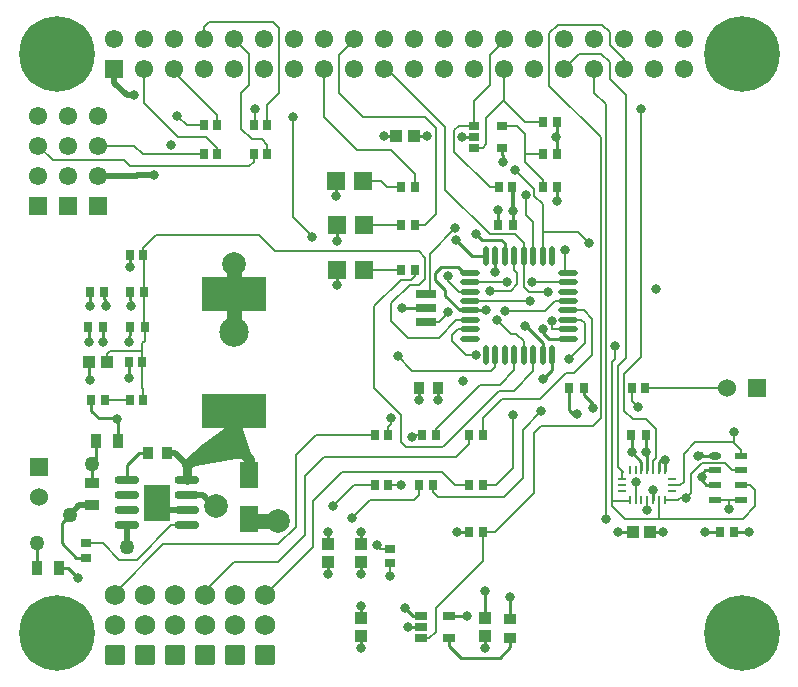
<source format=gtl>
G04 Layer_Physical_Order=1*
G04 Layer_Color=25308*
%FSLAX25Y25*%
%MOIN*%
G70*
G01*
G75*
%ADD10R,0.21260X0.11417*%
%ADD11R,0.03543X0.05118*%
%ADD12O,0.08268X0.02756*%
%ADD13R,0.09055X0.12205*%
%ADD14O,0.02165X0.06496*%
%ADD15O,0.06496X0.02165*%
%ADD16R,0.02756X0.03347*%
%ADD17R,0.02953X0.03347*%
%ADD18R,0.04134X0.03937*%
%ADD19R,0.03347X0.02756*%
%ADD20R,0.04331X0.02559*%
%ADD21R,0.03937X0.04134*%
%ADD22R,0.03937X0.03543*%
%ADD23O,0.04331X0.02362*%
%ADD24R,0.04331X0.02362*%
%ADD25R,0.00984X0.02658*%
%ADD26R,0.02658X0.00984*%
%ADD27R,0.03543X0.03937*%
%ADD28R,0.03347X0.02953*%
%ADD29R,0.03543X0.02559*%
%ADD30R,0.06000X0.06000*%
%ADD31R,0.06496X0.09055*%
%ADD32R,0.05118X0.03543*%
%ADD33R,0.06700X0.02800*%
%ADD34C,0.01000*%
%ADD35C,0.00704*%
%ADD36C,0.01969*%
%ADD37C,0.04921*%
%ADD38C,0.03543*%
%ADD39C,0.05512*%
%ADD40C,0.02953*%
%ADD41C,0.00705*%
%ADD42C,0.25197*%
%ADD43C,0.06000*%
%ADD44R,0.06000X0.06000*%
%ADD45C,0.06102*%
%ADD46R,0.06102X0.06102*%
%ADD47C,0.06890*%
G04:AMPARAMS|DCode=48|XSize=68.9mil|YSize=68.9mil|CornerRadius=6.89mil|HoleSize=0mil|Usage=FLASHONLY|Rotation=90.000|XOffset=0mil|YOffset=0mil|HoleType=Round|Shape=RoundedRectangle|*
%AMROUNDEDRECTD48*
21,1,0.06890,0.05512,0,0,90.0*
21,1,0.05512,0.06890,0,0,90.0*
1,1,0.01378,0.02756,0.02756*
1,1,0.01378,0.02756,-0.02756*
1,1,0.01378,-0.02756,-0.02756*
1,1,0.01378,-0.02756,0.02756*
%
%ADD48ROUNDEDRECTD48*%
%ADD49C,0.03150*%
%ADD50C,0.07874*%
%ADD51C,0.09843*%
%ADD52C,0.05000*%
%ADD53C,0.02598*%
G36*
X95276Y101969D02*
X98425Y92520D01*
X78347Y88583D01*
X80709Y95276D01*
X91732Y103543D01*
X95276Y101969D01*
D02*
G37*
D10*
X92520Y107480D02*
D03*
Y146457D02*
D03*
D11*
X34252Y55118D02*
D03*
X26772D02*
D03*
X34252D02*
D03*
X26772D02*
D03*
X46457Y97441D02*
D03*
X53937D02*
D03*
X46457D02*
D03*
X53937D02*
D03*
D12*
X56890Y84272D02*
D03*
Y79272D02*
D03*
Y74272D02*
D03*
Y69272D02*
D03*
X76969Y84272D02*
D03*
Y79272D02*
D03*
Y74272D02*
D03*
Y69272D02*
D03*
D13*
X66929Y76772D02*
D03*
D14*
X176476Y158937D02*
D03*
X179626D02*
D03*
X182776D02*
D03*
X185925D02*
D03*
X189075D02*
D03*
X192224D02*
D03*
X195374D02*
D03*
X198524D02*
D03*
Y126063D02*
D03*
X195374D02*
D03*
X192224D02*
D03*
X189075D02*
D03*
X185925D02*
D03*
X182776D02*
D03*
X179626D02*
D03*
X176476D02*
D03*
D15*
X203937Y153524D02*
D03*
Y150374D02*
D03*
Y147224D02*
D03*
Y144075D02*
D03*
Y140925D02*
D03*
Y137776D02*
D03*
Y134626D02*
D03*
Y131476D02*
D03*
X171063D02*
D03*
Y134626D02*
D03*
Y137776D02*
D03*
Y140925D02*
D03*
Y144075D02*
D03*
Y147224D02*
D03*
Y150374D02*
D03*
Y153524D02*
D03*
D16*
X57776Y159449D02*
D03*
X62303D02*
D03*
X57972Y147107D02*
D03*
X62500D02*
D03*
X57480Y123701D02*
D03*
X62008D02*
D03*
X49508Y111220D02*
D03*
X44980D02*
D03*
X62303D02*
D03*
X57776D02*
D03*
X225098Y115157D02*
D03*
X229626D02*
D03*
X175492Y99409D02*
D03*
X170965D02*
D03*
X159744D02*
D03*
X155217D02*
D03*
X143996D02*
D03*
X139468D02*
D03*
X143996Y82677D02*
D03*
X139468D02*
D03*
X158760D02*
D03*
X154232D02*
D03*
X175492D02*
D03*
X170965D02*
D03*
X175492Y66929D02*
D03*
X170965D02*
D03*
X86910Y192913D02*
D03*
X82382D02*
D03*
X86909Y202756D02*
D03*
X82382D02*
D03*
X103642D02*
D03*
X99114D02*
D03*
X103642Y192913D02*
D03*
X99114D02*
D03*
X152854Y182087D02*
D03*
X148327D02*
D03*
X152854Y169291D02*
D03*
X148327D02*
D03*
X152854Y154528D02*
D03*
X148327D02*
D03*
X180807Y182087D02*
D03*
X185335D02*
D03*
X195571D02*
D03*
X200098D02*
D03*
X200098Y192913D02*
D03*
X195571D02*
D03*
Y203740D02*
D03*
X200098D02*
D03*
D17*
X49311Y147244D02*
D03*
X44390D02*
D03*
X48917Y135433D02*
D03*
X43996D02*
D03*
X62697D02*
D03*
X57775D02*
D03*
X259350Y66929D02*
D03*
X254429D02*
D03*
X224902Y99409D02*
D03*
X229823D02*
D03*
X209154Y115157D02*
D03*
X204232D02*
D03*
X185531Y169291D02*
D03*
X180610D02*
D03*
D18*
X44291Y123701D02*
D03*
X50197D02*
D03*
X231299Y66929D02*
D03*
X225394D02*
D03*
X146654Y199213D02*
D03*
X152559D02*
D03*
D19*
X43307Y58563D02*
D03*
Y63484D02*
D03*
D20*
X154724Y39173D02*
D03*
Y35433D02*
D03*
Y31693D02*
D03*
X164173D02*
D03*
Y39173D02*
D03*
D21*
X176181Y32480D02*
D03*
Y38386D02*
D03*
X134843Y32480D02*
D03*
Y38386D02*
D03*
Y57087D02*
D03*
Y62992D02*
D03*
X124016Y57087D02*
D03*
Y62992D02*
D03*
D22*
X184646Y38189D02*
D03*
Y31890D02*
D03*
D23*
X252953Y92520D02*
D03*
D24*
Y87598D02*
D03*
Y82677D02*
D03*
Y77756D02*
D03*
X261516D02*
D03*
Y82677D02*
D03*
Y87598D02*
D03*
Y92520D02*
D03*
D25*
X224410Y87598D02*
D03*
X226378D02*
D03*
X228347D02*
D03*
X230315D02*
D03*
X232284D02*
D03*
X234252D02*
D03*
X236221D02*
D03*
Y77657D02*
D03*
X234252D02*
D03*
X232284D02*
D03*
X230315D02*
D03*
X228347D02*
D03*
X226378D02*
D03*
X224410D02*
D03*
D26*
X238632Y84596D02*
D03*
Y82628D02*
D03*
Y80659D02*
D03*
X221998D02*
D03*
Y82628D02*
D03*
Y84596D02*
D03*
D27*
X154331Y115157D02*
D03*
X160630D02*
D03*
X63780Y93504D02*
D03*
X70079D02*
D03*
D28*
X144685Y56594D02*
D03*
Y61516D02*
D03*
D29*
X172441Y202559D02*
D03*
Y198819D02*
D03*
Y195079D02*
D03*
X181890D02*
D03*
Y202559D02*
D03*
D30*
X135406Y184055D02*
D03*
X126406D02*
D03*
X126827Y169291D02*
D03*
X135827D02*
D03*
X126827Y154528D02*
D03*
X135827D02*
D03*
X266811Y115157D02*
D03*
D31*
X97441Y86024D02*
D03*
Y71457D02*
D03*
D32*
X45276Y83465D02*
D03*
Y75984D02*
D03*
Y83465D02*
D03*
Y75984D02*
D03*
D33*
X156496Y146532D02*
D03*
Y141732D02*
D03*
Y137008D02*
D03*
D34*
X57480Y118898D02*
X57480Y118898D01*
X57480Y118898D02*
Y123701D01*
X35039Y63386D02*
Y70079D01*
X37795Y72835D01*
X149606Y41732D02*
X152165Y39173D01*
X154724D01*
X259350Y66929D02*
X259350Y66929D01*
X264173D01*
X220472D02*
X220473Y66929D01*
X225394D01*
X61024Y93504D02*
X63780D01*
X56890Y84272D02*
Y89370D01*
X61024Y93504D01*
X232284Y77657D02*
Y81061D01*
X200098Y177363D02*
Y182087D01*
X168594Y198819D02*
X172441D01*
X236221Y87598D02*
Y91002D01*
X234252Y87500D02*
Y87598D01*
X236221Y87500D02*
Y87598D01*
X142512Y199213D02*
X146654D01*
X179626Y153614D02*
Y158937D01*
X231299Y66929D02*
X235441D01*
X148607Y141732D02*
X156496D01*
X154331Y111114D02*
Y115157D01*
X176181Y28339D02*
Y32480D01*
X150484Y35433D02*
X154724D01*
X134843Y52945D02*
Y57087D01*
Y28338D02*
Y32480D01*
X124016Y52945D02*
Y57087D01*
X66929Y74272D02*
Y76772D01*
X92520Y93504D02*
Y94488D01*
X152559Y199213D02*
X156701D01*
X185335Y182087D02*
X185531D01*
X209154Y112789D02*
Y115157D01*
Y112789D02*
X212093Y109850D01*
Y108570D02*
Y109850D01*
X126406Y178980D02*
Y184055D01*
X171063Y140925D02*
X176386D01*
X126827Y164217D02*
Y169291D01*
Y149453D02*
Y154528D01*
X160630Y111114D02*
Y115157D01*
X134843Y62992D02*
Y67134D01*
Y38386D02*
Y42528D01*
X124016Y62992D02*
Y67134D01*
X162936Y145748D02*
Y147614D01*
Y145748D02*
X167759Y140925D01*
X171063D01*
X176181Y38386D02*
Y47528D01*
X69429Y74272D02*
X76969D01*
X97441Y86024D02*
Y91535D01*
Y93504D01*
X91535D02*
X92520D01*
X95472D01*
X97441D01*
X164173Y39173D02*
X170079D01*
X166929Y66929D02*
X170964D01*
X170965Y66929D01*
X164173Y29134D02*
Y31693D01*
X184646Y28740D02*
Y31890D01*
X164173Y29134D02*
X168110Y25197D01*
X181102D01*
X184646Y28740D01*
X249606Y66929D02*
X254429D01*
X249606Y87598D02*
X252953D01*
X248425Y86417D02*
X249606Y87598D01*
X248425Y85433D02*
Y86417D01*
Y84252D02*
Y85433D01*
Y84252D02*
X250000Y82677D01*
X252953D01*
X26772Y55118D02*
Y63386D01*
X39862Y58563D02*
X43307D01*
X35039Y63386D02*
X39862Y58563D01*
X45276Y83465D02*
Y89764D01*
X46457Y90945D02*
Y97441D01*
X45276Y89764D02*
X46457Y90945D01*
X44980Y107382D02*
X47362Y105000D01*
X44980Y107382D02*
Y111220D01*
X44291Y117914D02*
Y123701D01*
Y117914D02*
X44488Y117717D01*
X57972Y144252D02*
X58268Y143957D01*
X57972Y144252D02*
Y147107D01*
X44390Y141766D02*
Y147008D01*
X49016Y131260D02*
Y135039D01*
X34252Y55118D02*
X37033D01*
X40551Y51600D01*
X197657Y131476D02*
X203937D01*
X195374Y126063D02*
Y130217D01*
X195669Y133465D02*
X197657Y131476D01*
X195669Y133465D02*
Y134646D01*
X189370Y135840D02*
X189751D01*
X195374Y130217D01*
X182776Y158937D02*
Y163287D01*
X181496Y164567D02*
X182776Y163287D01*
X175197Y164567D02*
X181496D01*
X166476Y164260D02*
X171799Y158937D01*
X176476D01*
X173228Y166535D02*
X175197Y164567D01*
X228347Y87598D02*
Y90551D01*
X224902Y99409D02*
X225197Y99114D01*
Y93701D02*
Y99114D01*
Y93701D02*
X228347Y90551D01*
X230315Y87598D02*
Y93307D01*
X229921Y93701D02*
X230315Y93307D01*
X229921Y93701D02*
Y99311D01*
X229823Y99409D02*
X229921Y99311D01*
X184646Y45276D02*
X184646Y45275D01*
Y38189D02*
Y45275D01*
X248819Y92520D02*
X252953D01*
X248032Y93307D02*
X248819Y92520D01*
X47362Y105000D02*
X53937D01*
Y97441D02*
Y105000D01*
X185531Y169291D02*
Y182087D01*
X66929Y74272D02*
X69429D01*
X181890Y192913D02*
Y195079D01*
Y192913D02*
X182283Y192520D01*
X200098Y198917D02*
Y203740D01*
X200000Y198819D02*
X200098Y198917D01*
X200000Y198819D02*
X200098Y198720D01*
Y192913D02*
Y198720D01*
X189400Y192913D02*
X189400Y192913D01*
X195669Y118110D02*
X198524Y120965D01*
Y126063D01*
X185335Y174213D02*
X185531Y174016D01*
X185335Y174213D02*
Y182087D01*
X180610Y169291D02*
Y174409D01*
X182283Y190551D02*
Y192520D01*
X57874Y155512D02*
X58538D01*
X57776Y159449D02*
X57874Y159350D01*
Y155512D02*
Y159350D01*
X58268Y143957D02*
X58268Y143957D01*
X58268Y142382D02*
Y143957D01*
X49311Y144640D02*
X49803Y144148D01*
X49311Y144640D02*
Y147008D01*
X49803Y142284D02*
Y144148D01*
X44094Y135039D02*
X44685Y134449D01*
X44291Y134055D02*
X44685Y134449D01*
X44291Y130473D02*
Y134055D01*
X49016Y131260D02*
X49803Y130473D01*
X57480Y132283D02*
X57874Y132677D01*
Y136221D01*
X169311Y153524D02*
X171063D01*
X159449Y151102D02*
X162936Y147614D01*
X159449Y151102D02*
Y153498D01*
X161462Y155512D01*
X167323D01*
X169311Y153524D01*
X49016Y130473D02*
X49803D01*
X57480Y130571D02*
Y132283D01*
X204232Y107602D02*
Y115157D01*
Y107602D02*
X205536Y106299D01*
X206693D01*
X234252Y87598D02*
Y90457D01*
X234797Y91002D01*
X236221D01*
D35*
X185925Y120965D02*
Y126063D01*
X181102Y116142D02*
X185925Y120965D01*
X174409Y116142D02*
X181102D01*
X159744Y101477D02*
X174409Y116142D01*
X185798Y114173D02*
X192224Y120600D01*
X180773Y114173D02*
X185798D01*
X162400Y95800D02*
X180773Y114173D01*
X159744Y99409D02*
Y101477D01*
X62205Y192913D02*
X82382D01*
X59252Y195866D02*
X62205Y192913D01*
X195374Y158937D02*
Y176279D01*
X192520Y179134D02*
X195374Y176279D01*
X192520Y179134D02*
Y181496D01*
X186221Y187795D02*
X192520Y181496D01*
X215354Y236221D02*
X217717Y233858D01*
Y229528D02*
Y233858D01*
Y229528D02*
X222638Y224606D01*
Y221378D02*
Y224606D01*
X143996Y82677D02*
X148031D01*
X216400Y71260D02*
Y209584D01*
X199587Y144075D02*
X203937D01*
X196312Y140800D02*
X199587Y144075D01*
X183000Y140800D02*
X196312D01*
X190746Y147244D02*
X197244D01*
X189171Y148819D02*
X190746Y147244D01*
X189171Y148819D02*
Y154043D01*
X187008Y149606D02*
Y153359D01*
X184702Y147300D02*
X187008Y149606D01*
X178000Y147300D02*
X184702D01*
X185925Y154442D02*
X187008Y153359D01*
X184729Y133071D02*
X186614D01*
X180200Y137600D02*
X184729Y133071D01*
X186614D02*
X189075Y130610D01*
Y126063D02*
Y130610D01*
X261516Y82677D02*
X264567D01*
X266142Y81102D01*
Y75590D02*
Y81102D01*
X262069Y71517D02*
X266142Y75590D01*
X221998Y84596D02*
Y86959D01*
X222604Y107532D02*
X225536Y104600D01*
X189763Y172835D02*
Y179527D01*
Y172835D02*
X192224Y170374D01*
X191827Y150374D02*
X203937D01*
X192224Y158937D02*
Y170374D01*
X257480Y75984D02*
Y77756D01*
Y74803D02*
Y75984D01*
X152854Y182087D02*
Y186546D01*
X145000Y194400D02*
X152854Y186546D01*
X135827Y169291D02*
X148327D01*
X135827Y154528D02*
X148327D01*
X229626Y115157D02*
X256811D01*
X152509Y99409D02*
X155217D01*
X151700Y98600D02*
X152509Y99409D01*
X56791Y111200D02*
Y111220D01*
X49508Y111200D02*
Y111220D01*
X86910Y192913D02*
Y195000D01*
X83110Y198800D02*
X86910Y195000D01*
X73838Y198800D02*
X83110D01*
X182638Y211038D02*
Y221378D01*
X186741Y202559D02*
X189400Y199900D01*
X181890Y202559D02*
X186741D01*
X156496Y137008D02*
X160846D01*
X163800Y139962D01*
Y140500D01*
Y150800D02*
Y152300D01*
Y150800D02*
X167376Y147224D01*
X171063D01*
X175492Y66929D02*
X179429D01*
X192500Y80000D01*
X225536Y104600D02*
X229900D01*
X233200Y91600D02*
Y101300D01*
X226378Y77657D02*
Y83900D01*
X225098Y110599D02*
Y115157D01*
Y110599D02*
X227074Y108624D01*
X170000Y126200D02*
X173100D01*
X230315Y74400D02*
Y77657D01*
X192224Y120600D02*
Y126063D01*
X152854Y169291D02*
X156191D01*
X189075Y158937D02*
X189171Y154043D01*
X258500Y87598D02*
X261516D01*
X256098Y90000D02*
X258500Y87598D01*
X120000Y99409D02*
X139468D01*
X156496Y146532D02*
X157900D01*
X103642Y192913D02*
Y196158D01*
X185600Y88277D02*
Y106200D01*
X180000Y82677D02*
X185600Y88277D01*
X175492Y82677D02*
X180000D01*
X188700Y101100D02*
X195000Y107400D01*
X188700Y85000D02*
Y101100D01*
X182400Y78700D02*
X188700Y85000D01*
X175492Y99409D02*
Y105000D01*
X171063Y144075D02*
X191200D01*
X202700Y153524D02*
X203937D01*
X185925Y154442D02*
Y158937D01*
X166676Y137776D02*
X171063D01*
X113189Y92598D02*
X120000Y99409D01*
X113189Y68898D02*
Y92598D01*
X82752Y45943D02*
Y47319D01*
X118900Y77561D02*
X128439Y87100D01*
X161916D01*
X166339Y82677D01*
X170965D01*
X158760Y80413D02*
Y82677D01*
Y80413D02*
X160473Y78700D01*
X182400D01*
X154232Y79429D02*
Y82677D01*
X152603Y77800D02*
X154232Y79429D01*
X138000Y77800D02*
X152603D01*
X116142Y65945D02*
Y85630D01*
X159843Y41843D02*
X175492Y57492D01*
Y66929D01*
X154724Y31693D02*
X157677D01*
X159843Y33858D01*
Y41843D01*
X27106Y195866D02*
X32028Y190945D01*
X99114Y190551D02*
Y192913D01*
X101769Y198032D02*
X103642Y196158D01*
X98425Y198032D02*
X101769D01*
X94882Y201575D02*
X98425Y198032D01*
X94882Y201575D02*
Y213282D01*
X97638Y216038D01*
X92638Y231378D02*
X97638Y226378D01*
Y216038D02*
Y226378D01*
X82638Y235394D02*
X84252Y237008D01*
X82638Y231378D02*
Y235394D01*
X105512Y237008D02*
X107480Y235039D01*
X84252Y237008D02*
X105512D01*
X72638Y220276D02*
Y221378D01*
Y220276D02*
X86909Y206004D01*
Y202756D02*
Y206004D01*
X103642Y202756D02*
Y209547D01*
X107480Y213386D01*
Y235039D01*
X132638Y231109D02*
Y231378D01*
X127559Y226031D02*
X132638Y231109D01*
X127559Y213386D02*
Y226031D01*
X122638Y205315D02*
Y221378D01*
Y205315D02*
X133553Y194400D01*
X145000D01*
X172441Y202559D02*
Y210630D01*
X142638Y221378D02*
X143583D01*
X127559Y213386D02*
X135433Y205512D01*
X156188D01*
X156191Y169291D02*
X159843Y172943D01*
Y201857D01*
X156188Y205512D02*
X159843Y201857D01*
X143583Y221378D02*
X153150Y211811D01*
X189075Y158937D02*
Y163386D01*
X186061Y166400D02*
X189075Y163386D01*
X182638Y210762D02*
Y211038D01*
X177694Y166400D02*
X186061D01*
X144685Y52559D02*
Y56594D01*
Y52559D02*
X144882Y52362D01*
X218504Y77559D02*
X224311D01*
X224410Y77657D01*
X243307Y78346D02*
X245000Y80039D01*
X241142Y78346D02*
X243307D01*
X252953Y77756D02*
X257480D01*
X261516D01*
X92752Y45830D02*
Y45943D01*
X52752D02*
Y46847D01*
X43307Y63484D02*
X48721D01*
X54331Y57874D01*
X62500Y135138D02*
X62697D01*
X202638Y221378D02*
X207638Y226378D01*
X214961D01*
X217717Y218110D02*
Y223622D01*
X214961Y226378D02*
X217717Y223622D01*
X212638Y213346D02*
Y221378D01*
Y213346D02*
X216400Y209584D01*
X76772Y202756D02*
X82382D01*
X73622Y205906D02*
X76772Y202756D01*
X147200Y125600D02*
X151934Y120866D01*
X179626Y122146D02*
Y126063D01*
X178346Y120866D02*
X179626Y122146D01*
X151934Y120866D02*
X178346D01*
X198400Y134626D02*
Y137500D01*
Y134626D02*
X203937D01*
X171063Y150374D02*
X171083Y150394D01*
X183465D01*
X162992Y181102D02*
X177694Y166400D01*
X232284Y87598D02*
Y90684D01*
X233200Y91600D01*
X229900Y104600D02*
X233200Y101300D01*
X170965Y96555D02*
Y99409D01*
X143996D02*
Y102083D01*
X144882Y102969D01*
Y105118D01*
X162335Y95800D02*
X162400D01*
X161811Y95276D02*
X162335Y95800D01*
X150000Y95276D02*
X161811D01*
X148032Y97244D02*
Y106131D01*
Y97244D02*
X150000Y95276D01*
X241289Y82628D02*
X242400Y83739D01*
X238632Y82628D02*
X241289D01*
X207300Y167109D02*
X211024Y163386D01*
X245000Y80039D02*
Y86339D01*
X261516Y92520D02*
Y94390D01*
X258906Y97000D02*
X261516Y94390D01*
X139200Y114963D02*
X148032Y106131D01*
X151121Y149500D02*
X154224D01*
X152854Y152362D02*
Y154528D01*
X151673Y151181D02*
X152854Y152362D01*
X139200Y142350D02*
X148032Y151181D01*
X139200Y114963D02*
Y142350D01*
X148032Y151181D02*
X151673D01*
X154224Y149500D02*
X156299Y151575D01*
Y158501D01*
X175492Y105000D02*
X181910Y111417D01*
X116142Y85630D02*
X122638Y92126D01*
X166535D01*
X170965Y96555D01*
X135406Y184055D02*
X141535D01*
X143504Y182087D01*
X148327D01*
X154170Y160630D02*
X156299Y158501D01*
X106299Y160630D02*
X154170D01*
X100787Y166142D02*
X106299Y160630D01*
X62303Y159449D02*
Y161910D01*
X66535Y166142D01*
X100787D01*
X160790Y131890D02*
X166676Y137776D01*
X144882Y143261D02*
X151121Y149500D01*
X144882Y137402D02*
X150394Y131890D01*
X144882Y137402D02*
Y143261D01*
X150394Y131890D02*
X160790D01*
X202700Y153524D02*
Y161200D01*
X49508Y111200D02*
X56791D01*
X189400Y190521D02*
X195571Y184351D01*
Y182087D02*
Y184351D01*
X195374Y167109D02*
X207300D01*
X182638Y230669D02*
Y231378D01*
X177953Y225984D02*
X182638Y230669D01*
X177953Y216142D02*
Y225984D01*
X172441Y210630D02*
X177953Y216142D01*
X217717Y218110D02*
X223228Y212598D01*
X132677Y82677D02*
X139468D01*
X125591Y75590D02*
X132677Y82677D01*
X131853Y71653D02*
X138000Y77800D01*
X107283Y62992D02*
X113189Y68898D01*
X71634Y69272D02*
X76969D01*
X54331Y57874D02*
X60236D01*
X71634Y69272D01*
X52752Y46847D02*
X68898Y62992D01*
X102752Y45943D02*
X118900Y62091D01*
Y77561D01*
X82752Y47319D02*
X92520Y57087D01*
X107284D01*
X116142Y65945D01*
X259055Y97149D02*
Y100394D01*
X258906Y97000D02*
X259055Y97149D01*
X245000Y86339D02*
X248661Y90000D01*
X256098D01*
X246213Y97000D02*
X258906D01*
X242400Y93187D02*
X246213Y97000D01*
X242400Y83739D02*
Y93187D01*
X153150Y211811D02*
X162992Y201969D01*
Y181102D02*
Y201969D01*
X112205Y172047D02*
Y205512D01*
Y172047D02*
X118504Y165748D01*
X176600Y196285D02*
Y205000D01*
X175394Y195079D02*
X176600Y196285D01*
X172441Y195079D02*
X175394D01*
X165968Y201007D02*
X167520Y202559D01*
X172441D01*
X165968Y193875D02*
Y201007D01*
Y193875D02*
X177756Y182087D01*
X180807D01*
X182638Y210762D02*
X189660Y203740D01*
X195571D01*
X176600Y205000D02*
X182638Y211038D01*
X189400Y190521D02*
Y192913D01*
Y199900D01*
X197638Y215748D02*
Y233465D01*
Y215748D02*
X214800Y198586D01*
Y105000D02*
Y198586D01*
X197638Y233465D02*
X200394Y236221D01*
X215354D01*
X203150Y120079D02*
X205879D01*
X194488Y111417D02*
X203150Y120079D01*
X181910Y111417D02*
X194488D01*
X205879Y120079D02*
X211811Y126011D01*
X203937Y140925D02*
X209075D01*
X211811Y138189D01*
Y126011D02*
Y138189D01*
X204200Y124700D02*
X209449Y129949D01*
Y136614D01*
X208287Y137776D02*
X209449Y136614D01*
X203937Y137776D02*
X208287D01*
X222604Y107532D02*
Y119848D01*
X228300Y125544D01*
Y208067D01*
X223228Y125197D02*
Y212598D01*
X220472Y122441D02*
X223228Y125197D01*
X221998Y86959D02*
X222047Y87008D01*
X220472Y88583D02*
Y122441D01*
Y88583D02*
X222047Y87008D01*
X141240Y61516D02*
X144685D01*
X140157Y62598D02*
X141240Y61516D01*
X62008Y115157D02*
Y123701D01*
Y115157D02*
X62303Y114862D01*
Y111220D02*
Y114862D01*
X50197Y123701D02*
Y126575D01*
X51181Y127559D01*
X62008Y130177D02*
X62697Y130866D01*
Y135138D01*
X62008Y123701D02*
Y127559D01*
Y130177D01*
X51181Y127559D02*
X62008D01*
X62303Y159449D02*
X62500Y159252D01*
Y147107D02*
Y159252D01*
Y135138D02*
Y147107D01*
X157900Y146532D02*
Y150332D01*
X157809Y150423D02*
X157900Y150332D01*
X157809Y150423D02*
Y159909D01*
X166300Y168400D01*
X99114Y202756D02*
X99410Y203051D01*
Y208070D01*
X62638Y210000D02*
X73838Y198800D01*
X32028Y190945D02*
X55906D01*
X62638Y210000D02*
Y221378D01*
X68898Y62992D02*
X107283D01*
X47106Y195866D02*
X59252D01*
X212162Y102362D02*
X214800Y105000D01*
X192500Y80000D02*
Y99980D01*
X194882Y102362D01*
X212162D01*
X55906Y190945D02*
X57874Y188976D01*
X97539D01*
X99114Y190551D01*
X167106Y134626D02*
X171063D01*
X165354Y130846D02*
X170000Y126200D01*
X165354Y130846D02*
Y132874D01*
X167106Y134626D01*
X236221Y77657D02*
X240453D01*
X241142Y78346D01*
X234252Y71517D02*
X234252Y71517D01*
Y77657D01*
X218504Y75787D02*
X222774Y71517D01*
X262069D01*
D36*
X76969Y79272D02*
X82146D01*
X85630Y75787D01*
X86614D01*
X56890Y62205D02*
Y69272D01*
X70079Y93504D02*
X72835D01*
X76969Y89370D01*
X97441Y71457D02*
X97835Y71850D01*
X69429Y74272D02*
X76969D01*
X40945Y75984D02*
X45276D01*
X37795Y72835D02*
X40945Y75984D01*
X52638Y216653D02*
Y221378D01*
Y216653D02*
X56693Y212598D01*
X59055D01*
X47106Y185866D02*
X60197D01*
X60039Y186024D02*
X65945D01*
D37*
X92520Y133858D02*
Y146457D01*
Y156496D01*
X97835Y71850D02*
X98819Y70866D01*
X107283D01*
D38*
X92520Y93504D02*
X95472D01*
X97441Y91535D01*
Y86024D02*
Y91535D01*
X81102Y93504D02*
X91535D01*
X76969Y89370D02*
X81102Y93504D01*
D39*
X92520Y94488D02*
Y107480D01*
D40*
X76969Y84272D02*
Y89370D01*
D41*
X189400Y192913D02*
X195571D01*
X218504Y123622D02*
X219685Y124803D01*
Y129134D01*
X218504Y75787D02*
Y123622D01*
D42*
X33465Y226378D02*
D03*
X261811D02*
D03*
Y33465D02*
D03*
X33465D02*
D03*
D43*
X256811Y115157D02*
D03*
X27559Y78661D02*
D03*
D44*
Y88661D02*
D03*
D45*
X37106Y205866D02*
D03*
Y195866D02*
D03*
Y185866D02*
D03*
X27106Y205866D02*
D03*
Y195866D02*
D03*
Y185866D02*
D03*
X47106Y205866D02*
D03*
Y195866D02*
D03*
Y185866D02*
D03*
X162638Y231378D02*
D03*
Y221378D02*
D03*
X172638D02*
D03*
Y231378D02*
D03*
X192638D02*
D03*
Y221378D02*
D03*
X182638D02*
D03*
Y231378D02*
D03*
X222638D02*
D03*
Y221378D02*
D03*
X232638D02*
D03*
Y231378D02*
D03*
X212638D02*
D03*
Y221378D02*
D03*
X202638D02*
D03*
Y231378D02*
D03*
X242638Y221378D02*
D03*
Y231378D02*
D03*
X142638D02*
D03*
Y221378D02*
D03*
X152638D02*
D03*
Y231378D02*
D03*
X102638D02*
D03*
Y221378D02*
D03*
X112638D02*
D03*
Y231378D02*
D03*
X132638D02*
D03*
Y221378D02*
D03*
X122638D02*
D03*
Y231378D02*
D03*
X82638D02*
D03*
Y221378D02*
D03*
X92638D02*
D03*
Y231378D02*
D03*
X72638D02*
D03*
Y221378D02*
D03*
X62638D02*
D03*
Y231378D02*
D03*
X52638D02*
D03*
D46*
X37106Y175866D02*
D03*
X27106D02*
D03*
X47106Y175866D02*
D03*
X52638Y221378D02*
D03*
D47*
X102752Y45943D02*
D03*
Y35943D02*
D03*
X92752Y45943D02*
D03*
Y35943D02*
D03*
X82752Y45943D02*
D03*
Y35943D02*
D03*
X72752Y45943D02*
D03*
Y35943D02*
D03*
X62752Y45943D02*
D03*
Y35943D02*
D03*
X52752Y45943D02*
D03*
Y35943D02*
D03*
D48*
X102752Y25943D02*
D03*
X92752D02*
D03*
X82752D02*
D03*
X72752D02*
D03*
X62752D02*
D03*
X52752D02*
D03*
D49*
X57480Y118504D02*
D03*
X168898Y117323D02*
D03*
X233071Y148031D02*
D03*
X71653Y196063D02*
D03*
X149606Y41732D02*
D03*
X148031Y82677D02*
D03*
X264173Y66929D02*
D03*
X216400Y71260D02*
D03*
X220472Y66929D02*
D03*
X219685Y129134D02*
D03*
X189763Y179527D02*
D03*
X197244Y147244D02*
D03*
X191827Y150374D02*
D03*
X232284Y81061D02*
D03*
X176181Y47528D02*
D03*
X168594Y198819D02*
D03*
X236221Y91002D02*
D03*
X142512Y199213D02*
D03*
X179626Y153614D02*
D03*
X235441Y66929D02*
D03*
X154331Y111114D02*
D03*
X176181Y28339D02*
D03*
X150484Y35433D02*
D03*
X134843Y52945D02*
D03*
Y28338D02*
D03*
X124016Y52945D02*
D03*
X151700Y98600D02*
D03*
X156701Y199213D02*
D03*
X212093Y108570D02*
D03*
X126406Y178980D02*
D03*
X176386Y140925D02*
D03*
X126827Y164217D02*
D03*
Y149453D02*
D03*
X160630Y111114D02*
D03*
X134843Y67134D02*
D03*
Y42528D02*
D03*
X124016Y67134D02*
D03*
X53600Y104633D02*
D03*
X163800Y140500D02*
D03*
Y152300D02*
D03*
X147200Y125600D02*
D03*
X226378Y83900D02*
D03*
X227074Y108624D02*
D03*
X173100Y126200D02*
D03*
X230315Y74400D02*
D03*
X166476Y164260D02*
D03*
X166300Y168400D02*
D03*
X198400Y137500D02*
D03*
X185600Y106200D02*
D03*
X204200Y124700D02*
D03*
X195000Y107400D02*
D03*
X191200Y144075D02*
D03*
X202700Y161200D02*
D03*
X166929Y66929D02*
D03*
X170079Y39173D02*
D03*
X144685Y52559D02*
D03*
X249606Y66929D02*
D03*
X248425Y85433D02*
D03*
X243307Y78346D02*
D03*
X257480Y74803D02*
D03*
X40551Y51600D02*
D03*
X44488Y117717D02*
D03*
X73622Y205906D02*
D03*
X189370Y135840D02*
D03*
X195669Y134646D02*
D03*
X183465Y150394D02*
D03*
X173228Y166535D02*
D03*
X225197Y93701D02*
D03*
X229921D02*
D03*
X184646Y45276D02*
D03*
X144882Y105118D02*
D03*
X178000Y147300D02*
D03*
X183000Y140800D02*
D03*
X180200Y137600D02*
D03*
X211024Y163386D02*
D03*
X148607Y141732D02*
D03*
X186221Y187795D02*
D03*
X125591Y75590D02*
D03*
X131853Y71653D02*
D03*
X259055Y100394D02*
D03*
X247244Y92520D02*
D03*
X228300Y208067D02*
D03*
X112205Y205512D02*
D03*
X118504Y165354D02*
D03*
X200000Y198819D02*
D03*
X195669Y118110D02*
D03*
X140157Y62598D02*
D03*
X200098Y177363D02*
D03*
X185531Y174016D02*
D03*
X180610Y174409D02*
D03*
X182283Y190551D02*
D03*
X57874Y155512D02*
D03*
X49803Y142284D02*
D03*
X44390D02*
D03*
X58268Y142382D02*
D03*
X44291Y130473D02*
D03*
X99410Y208070D02*
D03*
X49016Y130473D02*
D03*
X57480Y130571D02*
D03*
X59055Y212598D02*
D03*
X206693Y106299D02*
D03*
X65945Y186024D02*
D03*
D50*
X86614Y75787D02*
D03*
X92520Y156496D02*
D03*
X107283Y70866D02*
D03*
D51*
X92520Y133858D02*
D03*
D52*
X56890Y62205D02*
D03*
X26772Y63386D02*
D03*
X37795Y72835D02*
D03*
X45276Y89764D02*
D03*
D53*
X68898Y80709D02*
D03*
X64961D02*
D03*
Y74803D02*
D03*
X68898D02*
D03*
M02*

</source>
